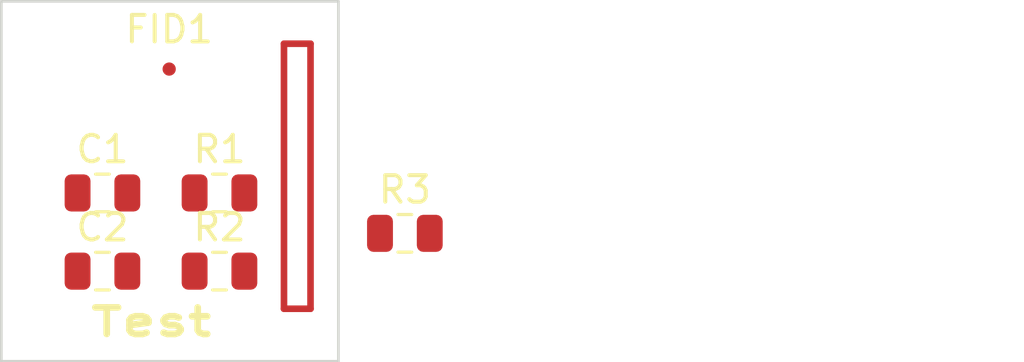
<source format=kicad_pcb>
(kicad_pcb (version 20221018) (generator pcbnew)
  (layers (0 "F.Cu" signal) (31 "B.Cu" signal) (34 "B.Paste" user) (35 "F.Paste" user) (36 "B.SilkS" user "B.Silkscreen") (37 "F.SilkS" user "F.Silkscreen") (38 "B.Mask" user) (39 "F.Mask" user) (44 "Edge.Cuts" user))
  (property "VAL_C2" "1000 pF")
  (property "text" "Test")
  (net 0 "")
  (net 1 "Net-(C1-Pad2)")
  (net 2 "Net-(C1-Pad1)")
  (net 3 "Net-(C2-Pad2)")
  (net 4 "Net-(C2-Pad1)")
  (net 5 "Net-(R1-Pad2)")
  (net 6 "Net-(R1-Pad1)")
  (net 7 "Net-(R2-Pad2)")
  (net 8 "Net-(R2-Pad1)")
  (footprint "Capacitor_SMD:C_0805_2012Metric" (layer "F.Cu") (at 137.16 87.63)
    (fp_text reference "C1" (at 0 -1.65) (layer "F.SilkS"))
    (fp_text value "1nF")
    (fp_line (start -0.258578 -0.71) (end 0.258578 -0.71) (stroke (width 0.12)) (layer "F.SilkS"))
    (fp_line (start -0.258578 0.71) (end 0.258578 0.71) (stroke (width 0.12)) (layer "F.SilkS"))
    (pad "1" smd roundrect (at -0.9375 0) (size 0.975 1.4) (layers "F.Cu" "F.Paste" "F.Mask") (net 2 "Net-(C1-Pad1)"))
    (pad "2" smd roundrect (at 0.9375 0) (size 0.975 1.4) (layers "F.Cu" "F.Paste" "F.Mask") (net 1 "Net-(C1-Pad2)"))
  )
  (footprint "Capacitor_SMD:C_0805_2012Metric" (layer "F.Cu") (at 137.16 90.58)
    (fp_text reference "C2" (at 0 -1.65) (layer "F.SilkS"))
    (fp_text value "1000 pF")
    (fp_line (start -0.258578 -0.71) (end 0.258578 -0.71) (stroke (width 0.12)) (layer "F.SilkS"))
    (fp_line (start -0.258578 0.71) (end 0.258578 0.71) (stroke (width 0.12)) (layer "F.SilkS"))
    (pad "1" smd roundrect (at -0.9375 0) (size 0.975 1.4) (layers "F.Cu" "F.Paste" "F.Mask") (net 4 "Net-(C2-Pad1)"))
    (pad "2" smd roundrect (at 0.9375 0) (size 0.975 1.4) (layers "F.Cu" "F.Paste" "F.Mask") (net 3 "Net-(C2-Pad2)"))
  )
  (footprint "Resistor_SMD:R_0805_2012Metric" (layer "F.Cu") (at 141.57 90.58)
    (fp_text reference "R2" (at 0 -1.65) (layer "F.SilkS"))
    (fp_text value "1000")
    (fp_line (start -0.258578 -0.71) (end 0.258578 -0.71) (stroke (width 0.12)) (layer "F.SilkS"))
    (fp_line (start -0.258578 0.71) (end 0.258578 0.71) (stroke (width 0.12)) (layer "F.SilkS"))
    (pad "1" smd roundrect (at -0.9375 0) (size 0.975 1.4) (layers "F.Cu" "F.Paste" "F.Mask") (net 8 "Net-(R2-Pad1)"))
    (pad "2" smd roundrect (at 0.9375 0) (size 0.975 1.4) (layers "F.Cu" "F.Paste" "F.Mask") (net 7 "Net-(R2-Pad2)"))
  )
  (footprint "Resistor_SMD:R_0805_2012Metric" (layer "F.Cu") (at 141.57 87.63)
    (fp_text reference "R1" (at 0 -1.65) (layer "F.SilkS"))
    (fp_text value "1k")
    (fp_line (start -0.258578 -0.71) (end 0.258578 -0.71) (stroke (width 0.12)) (layer "F.SilkS"))
    (fp_line (start -0.258578 0.71) (end 0.258578 0.71) (stroke (width 0.12)) (layer "F.SilkS"))
    (pad "1" smd roundrect (at -0.9375 0) (size 0.975 1.4) (layers "F.Cu" "F.Paste" "F.Mask") (net 6 "Net-(R1-Pad1)"))
    (pad "2" smd roundrect (at 0.9375 0) (size 0.975 1.4) (layers "F.Cu" "F.Paste" "F.Mask") (net 5 "Net-(R1-Pad2)"))
  )
  (footprint "Resistor_SMD:R_0805_2012Metric" (layer "F.Cu") (at 148.555 89.154)
    (fp_text reference "R3" (at 0 -1.65) (layer "F.SilkS"))
    (fp_text value "1k")
    (fp_line (start -0.258578 -0.71) (end 0.258578 -0.71) (stroke (width 0.12)) (layer "F.SilkS"))
    (fp_line (start -0.258578 0.71) (end 0.258578 0.71) (stroke (width 0.12)) (layer "F.SilkS"))
    (pad "1" smd roundrect (at -0.9375 0) (size 0.975 1.4) (layers "F.Cu" "F.Paste" "F.Mask") (net 6 "Net-(R1-Pad1)"))
    (pad "2" smd roundrect (at 0.9375 0) (size 0.975 1.4) (layers "F.Cu" "F.Paste" "F.Mask") (net 5 "Net-(R1-Pad2)"))
  )
  (footprint "Fiducial:Fiducial_0.5mm_Mask1mm" (layer "F.Cu") (at 139.6746 82.9564)
    (fp_text reference "FID1" (at 0 -1.5) (layer "F.SilkS"))
    (fp_text value "Fiducial")
    (pad "" smd circle (at 0 0) (size 0.5 0.5) (layers "F.Cu" "F.Mask") (clearance 0.25))
  )
  (gr_line (start 133.35 80.4) (end 133.35 93.98) (stroke (width 0.1)) (layer "Edge.Cuts"))
  (gr_line (start 146.05 80.4) (end 133.35 80.4) (stroke (width 0.1)) (layer "Edge.Cuts"))
  (gr_line (start 146.05 93.98) (end 146.05 80.4) (stroke (width 0.1)) (layer "Edge.Cuts"))
  (gr_line (start 133.35 93.98) (end 146.05 93.98) (stroke (width 0.1)) (layer "Edge.Cuts"))
  (gr_text "${text}" (at 139 92.5) (layer "F.SilkS") (effects (font (size 1 1.5) (thickness 0.25))))
  (segment (start 145 82) (end 145 92) (width 0.25) (layer "F.Cu") (net 0))
  (segment (start 145 92) (end 144 92) (width 0.25) (layer "F.Cu") (net 0))
  (segment (start 144 92) (end 144 82) (width 0.25) (layer "F.Cu") (net 0))
  (segment (start 144 82) (end 145 82) (width 0.25) (layer "F.Cu") (net 0))
)
</source>
